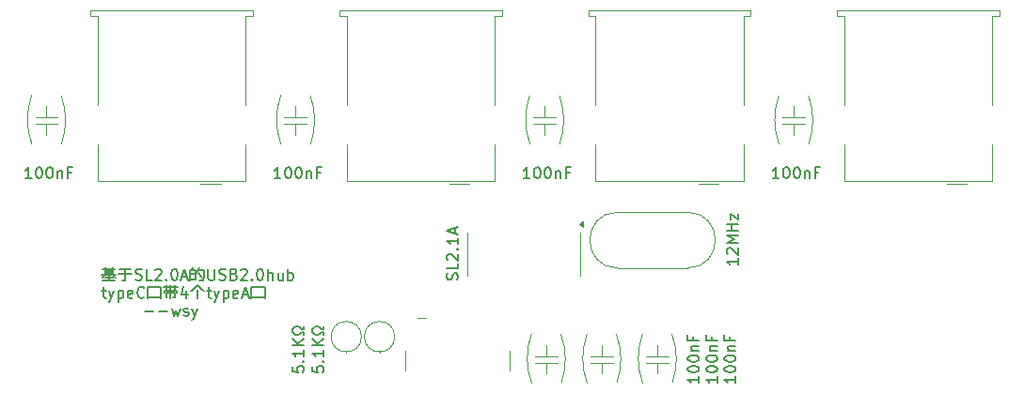
<source format=gto>
%TF.GenerationSoftware,KiCad,Pcbnew,8.0.5*%
%TF.CreationDate,2024-10-25T21:21:59+08:00*%
%TF.ProjectId,USB_HUB_SL2_1A,5553425f-4855-4425-9f53-4c325f31412e,rev?*%
%TF.SameCoordinates,Original*%
%TF.FileFunction,Legend,Top*%
%TF.FilePolarity,Positive*%
%FSLAX46Y46*%
G04 Gerber Fmt 4.6, Leading zero omitted, Abs format (unit mm)*
G04 Created by KiCad (PCBNEW 8.0.5) date 2024-10-25 21:21:59*
%MOMM*%
%LPD*%
G01*
G04 APERTURE LIST*
%ADD10C,0.150000*%
%ADD11C,0.120000*%
G04 APERTURE END LIST*
D10*
X108041541Y-123897550D02*
X109184398Y-123897550D01*
X108327255Y-124040407D02*
X108946303Y-124040407D01*
X108327255Y-124230883D02*
X108946303Y-124230883D01*
X107993922Y-124373740D02*
X109232017Y-124373740D01*
X108279636Y-124611835D02*
X108946303Y-124611835D01*
X108089160Y-124849931D02*
X109136779Y-124849931D01*
X108612969Y-124468978D02*
X108612969Y-124849931D01*
X108327255Y-123707073D02*
X108327255Y-124373740D01*
X108327255Y-124373740D02*
X108089160Y-124659454D01*
X108946303Y-123707073D02*
X108946303Y-124373740D01*
X108946303Y-124373740D02*
X109041541Y-124564216D01*
X109041541Y-124564216D02*
X109279636Y-124659454D01*
X109565350Y-123849931D02*
X110612969Y-123849931D01*
X109470112Y-124278502D02*
X110708207Y-124278502D01*
X109803445Y-124849931D02*
X110089159Y-124849931D01*
X110089159Y-123849931D02*
X110089159Y-124849931D01*
X111041540Y-124802312D02*
X111184397Y-124849931D01*
X111184397Y-124849931D02*
X111422492Y-124849931D01*
X111422492Y-124849931D02*
X111517730Y-124802312D01*
X111517730Y-124802312D02*
X111565349Y-124754692D01*
X111565349Y-124754692D02*
X111612968Y-124659454D01*
X111612968Y-124659454D02*
X111612968Y-124564216D01*
X111612968Y-124564216D02*
X111565349Y-124468978D01*
X111565349Y-124468978D02*
X111517730Y-124421359D01*
X111517730Y-124421359D02*
X111422492Y-124373740D01*
X111422492Y-124373740D02*
X111232016Y-124326121D01*
X111232016Y-124326121D02*
X111136778Y-124278502D01*
X111136778Y-124278502D02*
X111089159Y-124230883D01*
X111089159Y-124230883D02*
X111041540Y-124135645D01*
X111041540Y-124135645D02*
X111041540Y-124040407D01*
X111041540Y-124040407D02*
X111089159Y-123945169D01*
X111089159Y-123945169D02*
X111136778Y-123897550D01*
X111136778Y-123897550D02*
X111232016Y-123849931D01*
X111232016Y-123849931D02*
X111470111Y-123849931D01*
X111470111Y-123849931D02*
X111612968Y-123897550D01*
X112517730Y-124849931D02*
X112041540Y-124849931D01*
X112041540Y-124849931D02*
X112041540Y-123849931D01*
X112803445Y-123945169D02*
X112851064Y-123897550D01*
X112851064Y-123897550D02*
X112946302Y-123849931D01*
X112946302Y-123849931D02*
X113184397Y-123849931D01*
X113184397Y-123849931D02*
X113279635Y-123897550D01*
X113279635Y-123897550D02*
X113327254Y-123945169D01*
X113327254Y-123945169D02*
X113374873Y-124040407D01*
X113374873Y-124040407D02*
X113374873Y-124135645D01*
X113374873Y-124135645D02*
X113327254Y-124278502D01*
X113327254Y-124278502D02*
X112755826Y-124849931D01*
X112755826Y-124849931D02*
X113374873Y-124849931D01*
X113803445Y-124754692D02*
X113851064Y-124802312D01*
X113851064Y-124802312D02*
X113803445Y-124849931D01*
X113803445Y-124849931D02*
X113755826Y-124802312D01*
X113755826Y-124802312D02*
X113803445Y-124754692D01*
X113803445Y-124754692D02*
X113803445Y-124849931D01*
X114470111Y-123849931D02*
X114565349Y-123849931D01*
X114565349Y-123849931D02*
X114660587Y-123897550D01*
X114660587Y-123897550D02*
X114708206Y-123945169D01*
X114708206Y-123945169D02*
X114755825Y-124040407D01*
X114755825Y-124040407D02*
X114803444Y-124230883D01*
X114803444Y-124230883D02*
X114803444Y-124468978D01*
X114803444Y-124468978D02*
X114755825Y-124659454D01*
X114755825Y-124659454D02*
X114708206Y-124754692D01*
X114708206Y-124754692D02*
X114660587Y-124802312D01*
X114660587Y-124802312D02*
X114565349Y-124849931D01*
X114565349Y-124849931D02*
X114470111Y-124849931D01*
X114470111Y-124849931D02*
X114374873Y-124802312D01*
X114374873Y-124802312D02*
X114327254Y-124754692D01*
X114327254Y-124754692D02*
X114279635Y-124659454D01*
X114279635Y-124659454D02*
X114232016Y-124468978D01*
X114232016Y-124468978D02*
X114232016Y-124230883D01*
X114232016Y-124230883D02*
X114279635Y-124040407D01*
X114279635Y-124040407D02*
X114327254Y-123945169D01*
X114327254Y-123945169D02*
X114374873Y-123897550D01*
X114374873Y-123897550D02*
X114470111Y-123849931D01*
X115184397Y-124564216D02*
X115660587Y-124564216D01*
X115089159Y-124849931D02*
X115422492Y-123849931D01*
X115422492Y-123849931D02*
X115755825Y-124849931D01*
X115946302Y-124326121D02*
X116422492Y-124326121D01*
X115946302Y-124754692D02*
X116422492Y-124754692D01*
X116803444Y-124849931D02*
X117089159Y-124849931D01*
X115946302Y-123945169D02*
X115946302Y-124849931D01*
X115946302Y-123945169D02*
X116422492Y-123945169D01*
X116422492Y-123945169D02*
X116422492Y-124754692D01*
X116708206Y-124230883D02*
X116946302Y-124516597D01*
X116184397Y-123707073D02*
X116089159Y-123945169D01*
X116755825Y-123707073D02*
X116517730Y-124183264D01*
X116660587Y-123945169D02*
X117184397Y-123945169D01*
X117184397Y-123945169D02*
X117184397Y-124421359D01*
X117184397Y-124421359D02*
X117089159Y-124849931D01*
X117565349Y-123849931D02*
X117565349Y-124659454D01*
X117565349Y-124659454D02*
X117612968Y-124754692D01*
X117612968Y-124754692D02*
X117660587Y-124802312D01*
X117660587Y-124802312D02*
X117755825Y-124849931D01*
X117755825Y-124849931D02*
X117946301Y-124849931D01*
X117946301Y-124849931D02*
X118041539Y-124802312D01*
X118041539Y-124802312D02*
X118089158Y-124754692D01*
X118089158Y-124754692D02*
X118136777Y-124659454D01*
X118136777Y-124659454D02*
X118136777Y-123849931D01*
X118565349Y-124802312D02*
X118708206Y-124849931D01*
X118708206Y-124849931D02*
X118946301Y-124849931D01*
X118946301Y-124849931D02*
X119041539Y-124802312D01*
X119041539Y-124802312D02*
X119089158Y-124754692D01*
X119089158Y-124754692D02*
X119136777Y-124659454D01*
X119136777Y-124659454D02*
X119136777Y-124564216D01*
X119136777Y-124564216D02*
X119089158Y-124468978D01*
X119089158Y-124468978D02*
X119041539Y-124421359D01*
X119041539Y-124421359D02*
X118946301Y-124373740D01*
X118946301Y-124373740D02*
X118755825Y-124326121D01*
X118755825Y-124326121D02*
X118660587Y-124278502D01*
X118660587Y-124278502D02*
X118612968Y-124230883D01*
X118612968Y-124230883D02*
X118565349Y-124135645D01*
X118565349Y-124135645D02*
X118565349Y-124040407D01*
X118565349Y-124040407D02*
X118612968Y-123945169D01*
X118612968Y-123945169D02*
X118660587Y-123897550D01*
X118660587Y-123897550D02*
X118755825Y-123849931D01*
X118755825Y-123849931D02*
X118993920Y-123849931D01*
X118993920Y-123849931D02*
X119136777Y-123897550D01*
X119898682Y-124326121D02*
X120041539Y-124373740D01*
X120041539Y-124373740D02*
X120089158Y-124421359D01*
X120089158Y-124421359D02*
X120136777Y-124516597D01*
X120136777Y-124516597D02*
X120136777Y-124659454D01*
X120136777Y-124659454D02*
X120089158Y-124754692D01*
X120089158Y-124754692D02*
X120041539Y-124802312D01*
X120041539Y-124802312D02*
X119946301Y-124849931D01*
X119946301Y-124849931D02*
X119565349Y-124849931D01*
X119565349Y-124849931D02*
X119565349Y-123849931D01*
X119565349Y-123849931D02*
X119898682Y-123849931D01*
X119898682Y-123849931D02*
X119993920Y-123897550D01*
X119993920Y-123897550D02*
X120041539Y-123945169D01*
X120041539Y-123945169D02*
X120089158Y-124040407D01*
X120089158Y-124040407D02*
X120089158Y-124135645D01*
X120089158Y-124135645D02*
X120041539Y-124230883D01*
X120041539Y-124230883D02*
X119993920Y-124278502D01*
X119993920Y-124278502D02*
X119898682Y-124326121D01*
X119898682Y-124326121D02*
X119565349Y-124326121D01*
X120517730Y-123945169D02*
X120565349Y-123897550D01*
X120565349Y-123897550D02*
X120660587Y-123849931D01*
X120660587Y-123849931D02*
X120898682Y-123849931D01*
X120898682Y-123849931D02*
X120993920Y-123897550D01*
X120993920Y-123897550D02*
X121041539Y-123945169D01*
X121041539Y-123945169D02*
X121089158Y-124040407D01*
X121089158Y-124040407D02*
X121089158Y-124135645D01*
X121089158Y-124135645D02*
X121041539Y-124278502D01*
X121041539Y-124278502D02*
X120470111Y-124849931D01*
X120470111Y-124849931D02*
X121089158Y-124849931D01*
X121517730Y-124754692D02*
X121565349Y-124802312D01*
X121565349Y-124802312D02*
X121517730Y-124849931D01*
X121517730Y-124849931D02*
X121470111Y-124802312D01*
X121470111Y-124802312D02*
X121517730Y-124754692D01*
X121517730Y-124754692D02*
X121517730Y-124849931D01*
X122184396Y-123849931D02*
X122279634Y-123849931D01*
X122279634Y-123849931D02*
X122374872Y-123897550D01*
X122374872Y-123897550D02*
X122422491Y-123945169D01*
X122422491Y-123945169D02*
X122470110Y-124040407D01*
X122470110Y-124040407D02*
X122517729Y-124230883D01*
X122517729Y-124230883D02*
X122517729Y-124468978D01*
X122517729Y-124468978D02*
X122470110Y-124659454D01*
X122470110Y-124659454D02*
X122422491Y-124754692D01*
X122422491Y-124754692D02*
X122374872Y-124802312D01*
X122374872Y-124802312D02*
X122279634Y-124849931D01*
X122279634Y-124849931D02*
X122184396Y-124849931D01*
X122184396Y-124849931D02*
X122089158Y-124802312D01*
X122089158Y-124802312D02*
X122041539Y-124754692D01*
X122041539Y-124754692D02*
X121993920Y-124659454D01*
X121993920Y-124659454D02*
X121946301Y-124468978D01*
X121946301Y-124468978D02*
X121946301Y-124230883D01*
X121946301Y-124230883D02*
X121993920Y-124040407D01*
X121993920Y-124040407D02*
X122041539Y-123945169D01*
X122041539Y-123945169D02*
X122089158Y-123897550D01*
X122089158Y-123897550D02*
X122184396Y-123849931D01*
X122946301Y-124849931D02*
X122946301Y-123849931D01*
X123374872Y-124849931D02*
X123374872Y-124326121D01*
X123374872Y-124326121D02*
X123327253Y-124230883D01*
X123327253Y-124230883D02*
X123232015Y-124183264D01*
X123232015Y-124183264D02*
X123089158Y-124183264D01*
X123089158Y-124183264D02*
X122993920Y-124230883D01*
X122993920Y-124230883D02*
X122946301Y-124278502D01*
X124279634Y-124183264D02*
X124279634Y-124849931D01*
X123851063Y-124183264D02*
X123851063Y-124707073D01*
X123851063Y-124707073D02*
X123898682Y-124802312D01*
X123898682Y-124802312D02*
X123993920Y-124849931D01*
X123993920Y-124849931D02*
X124136777Y-124849931D01*
X124136777Y-124849931D02*
X124232015Y-124802312D01*
X124232015Y-124802312D02*
X124279634Y-124754692D01*
X124755825Y-124849931D02*
X124755825Y-123849931D01*
X124755825Y-124230883D02*
X124851063Y-124183264D01*
X124851063Y-124183264D02*
X125041539Y-124183264D01*
X125041539Y-124183264D02*
X125136777Y-124230883D01*
X125136777Y-124230883D02*
X125184396Y-124278502D01*
X125184396Y-124278502D02*
X125232015Y-124373740D01*
X125232015Y-124373740D02*
X125232015Y-124659454D01*
X125232015Y-124659454D02*
X125184396Y-124754692D01*
X125184396Y-124754692D02*
X125136777Y-124802312D01*
X125136777Y-124802312D02*
X125041539Y-124849931D01*
X125041539Y-124849931D02*
X124851063Y-124849931D01*
X124851063Y-124849931D02*
X124755825Y-124802312D01*
X107993922Y-125793208D02*
X108374874Y-125793208D01*
X108136779Y-125459875D02*
X108136779Y-126317017D01*
X108136779Y-126317017D02*
X108184398Y-126412256D01*
X108184398Y-126412256D02*
X108279636Y-126459875D01*
X108279636Y-126459875D02*
X108374874Y-126459875D01*
X108612970Y-125793208D02*
X108851065Y-126459875D01*
X109089160Y-125793208D02*
X108851065Y-126459875D01*
X108851065Y-126459875D02*
X108755827Y-126697970D01*
X108755827Y-126697970D02*
X108708208Y-126745589D01*
X108708208Y-126745589D02*
X108612970Y-126793208D01*
X109470113Y-125793208D02*
X109470113Y-126793208D01*
X109470113Y-125840827D02*
X109565351Y-125793208D01*
X109565351Y-125793208D02*
X109755827Y-125793208D01*
X109755827Y-125793208D02*
X109851065Y-125840827D01*
X109851065Y-125840827D02*
X109898684Y-125888446D01*
X109898684Y-125888446D02*
X109946303Y-125983684D01*
X109946303Y-125983684D02*
X109946303Y-126269398D01*
X109946303Y-126269398D02*
X109898684Y-126364636D01*
X109898684Y-126364636D02*
X109851065Y-126412256D01*
X109851065Y-126412256D02*
X109755827Y-126459875D01*
X109755827Y-126459875D02*
X109565351Y-126459875D01*
X109565351Y-126459875D02*
X109470113Y-126412256D01*
X110755827Y-126412256D02*
X110660589Y-126459875D01*
X110660589Y-126459875D02*
X110470113Y-126459875D01*
X110470113Y-126459875D02*
X110374875Y-126412256D01*
X110374875Y-126412256D02*
X110327256Y-126317017D01*
X110327256Y-126317017D02*
X110327256Y-125936065D01*
X110327256Y-125936065D02*
X110374875Y-125840827D01*
X110374875Y-125840827D02*
X110470113Y-125793208D01*
X110470113Y-125793208D02*
X110660589Y-125793208D01*
X110660589Y-125793208D02*
X110755827Y-125840827D01*
X110755827Y-125840827D02*
X110803446Y-125936065D01*
X110803446Y-125936065D02*
X110803446Y-126031303D01*
X110803446Y-126031303D02*
X110327256Y-126126541D01*
X111803446Y-126364636D02*
X111755827Y-126412256D01*
X111755827Y-126412256D02*
X111612970Y-126459875D01*
X111612970Y-126459875D02*
X111517732Y-126459875D01*
X111517732Y-126459875D02*
X111374875Y-126412256D01*
X111374875Y-126412256D02*
X111279637Y-126317017D01*
X111279637Y-126317017D02*
X111232018Y-126221779D01*
X111232018Y-126221779D02*
X111184399Y-126031303D01*
X111184399Y-126031303D02*
X111184399Y-125888446D01*
X111184399Y-125888446D02*
X111232018Y-125697970D01*
X111232018Y-125697970D02*
X111279637Y-125602732D01*
X111279637Y-125602732D02*
X111374875Y-125507494D01*
X111374875Y-125507494D02*
X111517732Y-125459875D01*
X111517732Y-125459875D02*
X111612970Y-125459875D01*
X111612970Y-125459875D02*
X111755827Y-125507494D01*
X111755827Y-125507494D02*
X111803446Y-125555113D01*
X112089161Y-126364636D02*
X113327256Y-126364636D01*
X112089161Y-125459875D02*
X112089161Y-126459875D01*
X112089161Y-125459875D02*
X113327256Y-125459875D01*
X113327256Y-125459875D02*
X113327256Y-126459875D01*
X113565351Y-125507494D02*
X114803446Y-125507494D01*
X114422493Y-126364636D02*
X114612970Y-126364636D01*
X113612970Y-125793208D02*
X113612970Y-125983684D01*
X113803446Y-125983684D02*
X113803446Y-126364636D01*
X113803446Y-125317017D02*
X113803446Y-125650351D01*
X114184398Y-125317017D02*
X114184398Y-125650351D01*
X114184398Y-125793208D02*
X114184398Y-126459875D01*
X114565351Y-125317017D02*
X114565351Y-125650351D01*
X113803446Y-125983684D02*
X114612970Y-125983684D01*
X114612970Y-125983684D02*
X114612970Y-126317017D01*
X113612970Y-125793208D02*
X114755827Y-125793208D01*
X114755827Y-125793208D02*
X114755827Y-125983684D01*
X115612969Y-125793208D02*
X115612969Y-126459875D01*
X115374874Y-125412256D02*
X115136779Y-126126541D01*
X115136779Y-126126541D02*
X115755826Y-126126541D01*
X116612969Y-125745589D02*
X116612969Y-126459875D01*
X116136779Y-125793208D02*
X115993922Y-125840827D01*
X116612969Y-125317017D02*
X116184398Y-125745589D01*
X116612969Y-125317017D02*
X116993922Y-125745589D01*
X116993922Y-125745589D02*
X117232017Y-125840827D01*
X117470112Y-125793208D02*
X117851064Y-125793208D01*
X117612969Y-125459875D02*
X117612969Y-126317017D01*
X117612969Y-126317017D02*
X117660588Y-126412256D01*
X117660588Y-126412256D02*
X117755826Y-126459875D01*
X117755826Y-126459875D02*
X117851064Y-126459875D01*
X118089160Y-125793208D02*
X118327255Y-126459875D01*
X118565350Y-125793208D02*
X118327255Y-126459875D01*
X118327255Y-126459875D02*
X118232017Y-126697970D01*
X118232017Y-126697970D02*
X118184398Y-126745589D01*
X118184398Y-126745589D02*
X118089160Y-126793208D01*
X118946303Y-125793208D02*
X118946303Y-126793208D01*
X118946303Y-125840827D02*
X119041541Y-125793208D01*
X119041541Y-125793208D02*
X119232017Y-125793208D01*
X119232017Y-125793208D02*
X119327255Y-125840827D01*
X119327255Y-125840827D02*
X119374874Y-125888446D01*
X119374874Y-125888446D02*
X119422493Y-125983684D01*
X119422493Y-125983684D02*
X119422493Y-126269398D01*
X119422493Y-126269398D02*
X119374874Y-126364636D01*
X119374874Y-126364636D02*
X119327255Y-126412256D01*
X119327255Y-126412256D02*
X119232017Y-126459875D01*
X119232017Y-126459875D02*
X119041541Y-126459875D01*
X119041541Y-126459875D02*
X118946303Y-126412256D01*
X120232017Y-126412256D02*
X120136779Y-126459875D01*
X120136779Y-126459875D02*
X119946303Y-126459875D01*
X119946303Y-126459875D02*
X119851065Y-126412256D01*
X119851065Y-126412256D02*
X119803446Y-126317017D01*
X119803446Y-126317017D02*
X119803446Y-125936065D01*
X119803446Y-125936065D02*
X119851065Y-125840827D01*
X119851065Y-125840827D02*
X119946303Y-125793208D01*
X119946303Y-125793208D02*
X120136779Y-125793208D01*
X120136779Y-125793208D02*
X120232017Y-125840827D01*
X120232017Y-125840827D02*
X120279636Y-125936065D01*
X120279636Y-125936065D02*
X120279636Y-126031303D01*
X120279636Y-126031303D02*
X119803446Y-126126541D01*
X120660589Y-126174160D02*
X121136779Y-126174160D01*
X120565351Y-126459875D02*
X120898684Y-125459875D01*
X120898684Y-125459875D02*
X121232017Y-126459875D01*
X121422494Y-126364636D02*
X122660589Y-126364636D01*
X121422494Y-125459875D02*
X121422494Y-126459875D01*
X121422494Y-125459875D02*
X122660589Y-125459875D01*
X122660589Y-125459875D02*
X122660589Y-126459875D01*
X111898683Y-127688866D02*
X112660588Y-127688866D01*
X113136778Y-127688866D02*
X113898683Y-127688866D01*
X114279635Y-127403152D02*
X114470111Y-128069819D01*
X114470111Y-128069819D02*
X114660587Y-127593628D01*
X114660587Y-127593628D02*
X114851063Y-128069819D01*
X114851063Y-128069819D02*
X115041539Y-127403152D01*
X115374873Y-128022200D02*
X115470111Y-128069819D01*
X115470111Y-128069819D02*
X115660587Y-128069819D01*
X115660587Y-128069819D02*
X115755825Y-128022200D01*
X115755825Y-128022200D02*
X115803444Y-127926961D01*
X115803444Y-127926961D02*
X115803444Y-127879342D01*
X115803444Y-127879342D02*
X115755825Y-127784104D01*
X115755825Y-127784104D02*
X115660587Y-127736485D01*
X115660587Y-127736485D02*
X115517730Y-127736485D01*
X115517730Y-127736485D02*
X115422492Y-127688866D01*
X115422492Y-127688866D02*
X115374873Y-127593628D01*
X115374873Y-127593628D02*
X115374873Y-127546009D01*
X115374873Y-127546009D02*
X115422492Y-127450771D01*
X115422492Y-127450771D02*
X115517730Y-127403152D01*
X115517730Y-127403152D02*
X115660587Y-127403152D01*
X115660587Y-127403152D02*
X115755825Y-127450771D01*
X116136778Y-127403152D02*
X116374873Y-128069819D01*
X116612968Y-127403152D02*
X116374873Y-128069819D01*
X116374873Y-128069819D02*
X116279635Y-128307914D01*
X116279635Y-128307914D02*
X116232016Y-128355533D01*
X116232016Y-128355533D02*
X116136778Y-128403152D01*
X101666670Y-115654819D02*
X101095242Y-115654819D01*
X101380956Y-115654819D02*
X101380956Y-114654819D01*
X101380956Y-114654819D02*
X101285718Y-114797676D01*
X101285718Y-114797676D02*
X101190480Y-114892914D01*
X101190480Y-114892914D02*
X101095242Y-114940533D01*
X102285718Y-114654819D02*
X102380956Y-114654819D01*
X102380956Y-114654819D02*
X102476194Y-114702438D01*
X102476194Y-114702438D02*
X102523813Y-114750057D01*
X102523813Y-114750057D02*
X102571432Y-114845295D01*
X102571432Y-114845295D02*
X102619051Y-115035771D01*
X102619051Y-115035771D02*
X102619051Y-115273866D01*
X102619051Y-115273866D02*
X102571432Y-115464342D01*
X102571432Y-115464342D02*
X102523813Y-115559580D01*
X102523813Y-115559580D02*
X102476194Y-115607200D01*
X102476194Y-115607200D02*
X102380956Y-115654819D01*
X102380956Y-115654819D02*
X102285718Y-115654819D01*
X102285718Y-115654819D02*
X102190480Y-115607200D01*
X102190480Y-115607200D02*
X102142861Y-115559580D01*
X102142861Y-115559580D02*
X102095242Y-115464342D01*
X102095242Y-115464342D02*
X102047623Y-115273866D01*
X102047623Y-115273866D02*
X102047623Y-115035771D01*
X102047623Y-115035771D02*
X102095242Y-114845295D01*
X102095242Y-114845295D02*
X102142861Y-114750057D01*
X102142861Y-114750057D02*
X102190480Y-114702438D01*
X102190480Y-114702438D02*
X102285718Y-114654819D01*
X103238099Y-114654819D02*
X103333337Y-114654819D01*
X103333337Y-114654819D02*
X103428575Y-114702438D01*
X103428575Y-114702438D02*
X103476194Y-114750057D01*
X103476194Y-114750057D02*
X103523813Y-114845295D01*
X103523813Y-114845295D02*
X103571432Y-115035771D01*
X103571432Y-115035771D02*
X103571432Y-115273866D01*
X103571432Y-115273866D02*
X103523813Y-115464342D01*
X103523813Y-115464342D02*
X103476194Y-115559580D01*
X103476194Y-115559580D02*
X103428575Y-115607200D01*
X103428575Y-115607200D02*
X103333337Y-115654819D01*
X103333337Y-115654819D02*
X103238099Y-115654819D01*
X103238099Y-115654819D02*
X103142861Y-115607200D01*
X103142861Y-115607200D02*
X103095242Y-115559580D01*
X103095242Y-115559580D02*
X103047623Y-115464342D01*
X103047623Y-115464342D02*
X103000004Y-115273866D01*
X103000004Y-115273866D02*
X103000004Y-115035771D01*
X103000004Y-115035771D02*
X103047623Y-114845295D01*
X103047623Y-114845295D02*
X103095242Y-114750057D01*
X103095242Y-114750057D02*
X103142861Y-114702438D01*
X103142861Y-114702438D02*
X103238099Y-114654819D01*
X104000004Y-114988152D02*
X104000004Y-115654819D01*
X104000004Y-115083390D02*
X104047623Y-115035771D01*
X104047623Y-115035771D02*
X104142861Y-114988152D01*
X104142861Y-114988152D02*
X104285718Y-114988152D01*
X104285718Y-114988152D02*
X104380956Y-115035771D01*
X104380956Y-115035771D02*
X104428575Y-115131009D01*
X104428575Y-115131009D02*
X104428575Y-115654819D01*
X105238099Y-115131009D02*
X104904766Y-115131009D01*
X104904766Y-115654819D02*
X104904766Y-114654819D01*
X104904766Y-114654819D02*
X105380956Y-114654819D01*
X124095240Y-115654819D02*
X123523812Y-115654819D01*
X123809526Y-115654819D02*
X123809526Y-114654819D01*
X123809526Y-114654819D02*
X123714288Y-114797676D01*
X123714288Y-114797676D02*
X123619050Y-114892914D01*
X123619050Y-114892914D02*
X123523812Y-114940533D01*
X124714288Y-114654819D02*
X124809526Y-114654819D01*
X124809526Y-114654819D02*
X124904764Y-114702438D01*
X124904764Y-114702438D02*
X124952383Y-114750057D01*
X124952383Y-114750057D02*
X125000002Y-114845295D01*
X125000002Y-114845295D02*
X125047621Y-115035771D01*
X125047621Y-115035771D02*
X125047621Y-115273866D01*
X125047621Y-115273866D02*
X125000002Y-115464342D01*
X125000002Y-115464342D02*
X124952383Y-115559580D01*
X124952383Y-115559580D02*
X124904764Y-115607200D01*
X124904764Y-115607200D02*
X124809526Y-115654819D01*
X124809526Y-115654819D02*
X124714288Y-115654819D01*
X124714288Y-115654819D02*
X124619050Y-115607200D01*
X124619050Y-115607200D02*
X124571431Y-115559580D01*
X124571431Y-115559580D02*
X124523812Y-115464342D01*
X124523812Y-115464342D02*
X124476193Y-115273866D01*
X124476193Y-115273866D02*
X124476193Y-115035771D01*
X124476193Y-115035771D02*
X124523812Y-114845295D01*
X124523812Y-114845295D02*
X124571431Y-114750057D01*
X124571431Y-114750057D02*
X124619050Y-114702438D01*
X124619050Y-114702438D02*
X124714288Y-114654819D01*
X125666669Y-114654819D02*
X125761907Y-114654819D01*
X125761907Y-114654819D02*
X125857145Y-114702438D01*
X125857145Y-114702438D02*
X125904764Y-114750057D01*
X125904764Y-114750057D02*
X125952383Y-114845295D01*
X125952383Y-114845295D02*
X126000002Y-115035771D01*
X126000002Y-115035771D02*
X126000002Y-115273866D01*
X126000002Y-115273866D02*
X125952383Y-115464342D01*
X125952383Y-115464342D02*
X125904764Y-115559580D01*
X125904764Y-115559580D02*
X125857145Y-115607200D01*
X125857145Y-115607200D02*
X125761907Y-115654819D01*
X125761907Y-115654819D02*
X125666669Y-115654819D01*
X125666669Y-115654819D02*
X125571431Y-115607200D01*
X125571431Y-115607200D02*
X125523812Y-115559580D01*
X125523812Y-115559580D02*
X125476193Y-115464342D01*
X125476193Y-115464342D02*
X125428574Y-115273866D01*
X125428574Y-115273866D02*
X125428574Y-115035771D01*
X125428574Y-115035771D02*
X125476193Y-114845295D01*
X125476193Y-114845295D02*
X125523812Y-114750057D01*
X125523812Y-114750057D02*
X125571431Y-114702438D01*
X125571431Y-114702438D02*
X125666669Y-114654819D01*
X126428574Y-114988152D02*
X126428574Y-115654819D01*
X126428574Y-115083390D02*
X126476193Y-115035771D01*
X126476193Y-115035771D02*
X126571431Y-114988152D01*
X126571431Y-114988152D02*
X126714288Y-114988152D01*
X126714288Y-114988152D02*
X126809526Y-115035771D01*
X126809526Y-115035771D02*
X126857145Y-115131009D01*
X126857145Y-115131009D02*
X126857145Y-115654819D01*
X127666669Y-115131009D02*
X127333336Y-115131009D01*
X127333336Y-115654819D02*
X127333336Y-114654819D01*
X127333336Y-114654819D02*
X127809526Y-114654819D01*
X161754819Y-133547619D02*
X161754819Y-134119047D01*
X161754819Y-133833333D02*
X160754819Y-133833333D01*
X160754819Y-133833333D02*
X160897676Y-133928571D01*
X160897676Y-133928571D02*
X160992914Y-134023809D01*
X160992914Y-134023809D02*
X161040533Y-134119047D01*
X160754819Y-132928571D02*
X160754819Y-132833333D01*
X160754819Y-132833333D02*
X160802438Y-132738095D01*
X160802438Y-132738095D02*
X160850057Y-132690476D01*
X160850057Y-132690476D02*
X160945295Y-132642857D01*
X160945295Y-132642857D02*
X161135771Y-132595238D01*
X161135771Y-132595238D02*
X161373866Y-132595238D01*
X161373866Y-132595238D02*
X161564342Y-132642857D01*
X161564342Y-132642857D02*
X161659580Y-132690476D01*
X161659580Y-132690476D02*
X161707200Y-132738095D01*
X161707200Y-132738095D02*
X161754819Y-132833333D01*
X161754819Y-132833333D02*
X161754819Y-132928571D01*
X161754819Y-132928571D02*
X161707200Y-133023809D01*
X161707200Y-133023809D02*
X161659580Y-133071428D01*
X161659580Y-133071428D02*
X161564342Y-133119047D01*
X161564342Y-133119047D02*
X161373866Y-133166666D01*
X161373866Y-133166666D02*
X161135771Y-133166666D01*
X161135771Y-133166666D02*
X160945295Y-133119047D01*
X160945295Y-133119047D02*
X160850057Y-133071428D01*
X160850057Y-133071428D02*
X160802438Y-133023809D01*
X160802438Y-133023809D02*
X160754819Y-132928571D01*
X160754819Y-131976190D02*
X160754819Y-131880952D01*
X160754819Y-131880952D02*
X160802438Y-131785714D01*
X160802438Y-131785714D02*
X160850057Y-131738095D01*
X160850057Y-131738095D02*
X160945295Y-131690476D01*
X160945295Y-131690476D02*
X161135771Y-131642857D01*
X161135771Y-131642857D02*
X161373866Y-131642857D01*
X161373866Y-131642857D02*
X161564342Y-131690476D01*
X161564342Y-131690476D02*
X161659580Y-131738095D01*
X161659580Y-131738095D02*
X161707200Y-131785714D01*
X161707200Y-131785714D02*
X161754819Y-131880952D01*
X161754819Y-131880952D02*
X161754819Y-131976190D01*
X161754819Y-131976190D02*
X161707200Y-132071428D01*
X161707200Y-132071428D02*
X161659580Y-132119047D01*
X161659580Y-132119047D02*
X161564342Y-132166666D01*
X161564342Y-132166666D02*
X161373866Y-132214285D01*
X161373866Y-132214285D02*
X161135771Y-132214285D01*
X161135771Y-132214285D02*
X160945295Y-132166666D01*
X160945295Y-132166666D02*
X160850057Y-132119047D01*
X160850057Y-132119047D02*
X160802438Y-132071428D01*
X160802438Y-132071428D02*
X160754819Y-131976190D01*
X161088152Y-131214285D02*
X161754819Y-131214285D01*
X161183390Y-131214285D02*
X161135771Y-131166666D01*
X161135771Y-131166666D02*
X161088152Y-131071428D01*
X161088152Y-131071428D02*
X161088152Y-130928571D01*
X161088152Y-130928571D02*
X161135771Y-130833333D01*
X161135771Y-130833333D02*
X161231009Y-130785714D01*
X161231009Y-130785714D02*
X161754819Y-130785714D01*
X161231009Y-129976190D02*
X161231009Y-130309523D01*
X161754819Y-130309523D02*
X160754819Y-130309523D01*
X160754819Y-130309523D02*
X160754819Y-129833333D01*
X146523810Y-115654819D02*
X145952382Y-115654819D01*
X146238096Y-115654819D02*
X146238096Y-114654819D01*
X146238096Y-114654819D02*
X146142858Y-114797676D01*
X146142858Y-114797676D02*
X146047620Y-114892914D01*
X146047620Y-114892914D02*
X145952382Y-114940533D01*
X147142858Y-114654819D02*
X147238096Y-114654819D01*
X147238096Y-114654819D02*
X147333334Y-114702438D01*
X147333334Y-114702438D02*
X147380953Y-114750057D01*
X147380953Y-114750057D02*
X147428572Y-114845295D01*
X147428572Y-114845295D02*
X147476191Y-115035771D01*
X147476191Y-115035771D02*
X147476191Y-115273866D01*
X147476191Y-115273866D02*
X147428572Y-115464342D01*
X147428572Y-115464342D02*
X147380953Y-115559580D01*
X147380953Y-115559580D02*
X147333334Y-115607200D01*
X147333334Y-115607200D02*
X147238096Y-115654819D01*
X147238096Y-115654819D02*
X147142858Y-115654819D01*
X147142858Y-115654819D02*
X147047620Y-115607200D01*
X147047620Y-115607200D02*
X147000001Y-115559580D01*
X147000001Y-115559580D02*
X146952382Y-115464342D01*
X146952382Y-115464342D02*
X146904763Y-115273866D01*
X146904763Y-115273866D02*
X146904763Y-115035771D01*
X146904763Y-115035771D02*
X146952382Y-114845295D01*
X146952382Y-114845295D02*
X147000001Y-114750057D01*
X147000001Y-114750057D02*
X147047620Y-114702438D01*
X147047620Y-114702438D02*
X147142858Y-114654819D01*
X148095239Y-114654819D02*
X148190477Y-114654819D01*
X148190477Y-114654819D02*
X148285715Y-114702438D01*
X148285715Y-114702438D02*
X148333334Y-114750057D01*
X148333334Y-114750057D02*
X148380953Y-114845295D01*
X148380953Y-114845295D02*
X148428572Y-115035771D01*
X148428572Y-115035771D02*
X148428572Y-115273866D01*
X148428572Y-115273866D02*
X148380953Y-115464342D01*
X148380953Y-115464342D02*
X148333334Y-115559580D01*
X148333334Y-115559580D02*
X148285715Y-115607200D01*
X148285715Y-115607200D02*
X148190477Y-115654819D01*
X148190477Y-115654819D02*
X148095239Y-115654819D01*
X148095239Y-115654819D02*
X148000001Y-115607200D01*
X148000001Y-115607200D02*
X147952382Y-115559580D01*
X147952382Y-115559580D02*
X147904763Y-115464342D01*
X147904763Y-115464342D02*
X147857144Y-115273866D01*
X147857144Y-115273866D02*
X147857144Y-115035771D01*
X147857144Y-115035771D02*
X147904763Y-114845295D01*
X147904763Y-114845295D02*
X147952382Y-114750057D01*
X147952382Y-114750057D02*
X148000001Y-114702438D01*
X148000001Y-114702438D02*
X148095239Y-114654819D01*
X148857144Y-114988152D02*
X148857144Y-115654819D01*
X148857144Y-115083390D02*
X148904763Y-115035771D01*
X148904763Y-115035771D02*
X149000001Y-114988152D01*
X149000001Y-114988152D02*
X149142858Y-114988152D01*
X149142858Y-114988152D02*
X149238096Y-115035771D01*
X149238096Y-115035771D02*
X149285715Y-115131009D01*
X149285715Y-115131009D02*
X149285715Y-115654819D01*
X150095239Y-115131009D02*
X149761906Y-115131009D01*
X149761906Y-115654819D02*
X149761906Y-114654819D01*
X149761906Y-114654819D02*
X150238096Y-114654819D01*
X126954819Y-132647618D02*
X126954819Y-133123808D01*
X126954819Y-133123808D02*
X127431009Y-133171427D01*
X127431009Y-133171427D02*
X127383390Y-133123808D01*
X127383390Y-133123808D02*
X127335771Y-133028570D01*
X127335771Y-133028570D02*
X127335771Y-132790475D01*
X127335771Y-132790475D02*
X127383390Y-132695237D01*
X127383390Y-132695237D02*
X127431009Y-132647618D01*
X127431009Y-132647618D02*
X127526247Y-132599999D01*
X127526247Y-132599999D02*
X127764342Y-132599999D01*
X127764342Y-132599999D02*
X127859580Y-132647618D01*
X127859580Y-132647618D02*
X127907200Y-132695237D01*
X127907200Y-132695237D02*
X127954819Y-132790475D01*
X127954819Y-132790475D02*
X127954819Y-133028570D01*
X127954819Y-133028570D02*
X127907200Y-133123808D01*
X127907200Y-133123808D02*
X127859580Y-133171427D01*
X127859580Y-132171427D02*
X127907200Y-132123808D01*
X127907200Y-132123808D02*
X127954819Y-132171427D01*
X127954819Y-132171427D02*
X127907200Y-132219046D01*
X127907200Y-132219046D02*
X127859580Y-132171427D01*
X127859580Y-132171427D02*
X127954819Y-132171427D01*
X127954819Y-131171428D02*
X127954819Y-131742856D01*
X127954819Y-131457142D02*
X126954819Y-131457142D01*
X126954819Y-131457142D02*
X127097676Y-131552380D01*
X127097676Y-131552380D02*
X127192914Y-131647618D01*
X127192914Y-131647618D02*
X127240533Y-131742856D01*
X127954819Y-130742856D02*
X126954819Y-130742856D01*
X127954819Y-130171428D02*
X127383390Y-130599999D01*
X126954819Y-130171428D02*
X127526247Y-130742856D01*
X127954819Y-129790475D02*
X127954819Y-129552380D01*
X127954819Y-129552380D02*
X127764342Y-129552380D01*
X127764342Y-129552380D02*
X127716723Y-129647618D01*
X127716723Y-129647618D02*
X127621485Y-129742856D01*
X127621485Y-129742856D02*
X127478628Y-129790475D01*
X127478628Y-129790475D02*
X127240533Y-129790475D01*
X127240533Y-129790475D02*
X127097676Y-129742856D01*
X127097676Y-129742856D02*
X127002438Y-129647618D01*
X127002438Y-129647618D02*
X126954819Y-129504761D01*
X126954819Y-129504761D02*
X126954819Y-129314285D01*
X126954819Y-129314285D02*
X127002438Y-129171428D01*
X127002438Y-129171428D02*
X127097676Y-129076190D01*
X127097676Y-129076190D02*
X127240533Y-129028571D01*
X127240533Y-129028571D02*
X127478628Y-129028571D01*
X127478628Y-129028571D02*
X127621485Y-129076190D01*
X127621485Y-129076190D02*
X127716723Y-129171428D01*
X127716723Y-129171428D02*
X127764342Y-129266666D01*
X127764342Y-129266666D02*
X127954819Y-129266666D01*
X127954819Y-129266666D02*
X127954819Y-129028571D01*
X165054819Y-133547619D02*
X165054819Y-134119047D01*
X165054819Y-133833333D02*
X164054819Y-133833333D01*
X164054819Y-133833333D02*
X164197676Y-133928571D01*
X164197676Y-133928571D02*
X164292914Y-134023809D01*
X164292914Y-134023809D02*
X164340533Y-134119047D01*
X164054819Y-132928571D02*
X164054819Y-132833333D01*
X164054819Y-132833333D02*
X164102438Y-132738095D01*
X164102438Y-132738095D02*
X164150057Y-132690476D01*
X164150057Y-132690476D02*
X164245295Y-132642857D01*
X164245295Y-132642857D02*
X164435771Y-132595238D01*
X164435771Y-132595238D02*
X164673866Y-132595238D01*
X164673866Y-132595238D02*
X164864342Y-132642857D01*
X164864342Y-132642857D02*
X164959580Y-132690476D01*
X164959580Y-132690476D02*
X165007200Y-132738095D01*
X165007200Y-132738095D02*
X165054819Y-132833333D01*
X165054819Y-132833333D02*
X165054819Y-132928571D01*
X165054819Y-132928571D02*
X165007200Y-133023809D01*
X165007200Y-133023809D02*
X164959580Y-133071428D01*
X164959580Y-133071428D02*
X164864342Y-133119047D01*
X164864342Y-133119047D02*
X164673866Y-133166666D01*
X164673866Y-133166666D02*
X164435771Y-133166666D01*
X164435771Y-133166666D02*
X164245295Y-133119047D01*
X164245295Y-133119047D02*
X164150057Y-133071428D01*
X164150057Y-133071428D02*
X164102438Y-133023809D01*
X164102438Y-133023809D02*
X164054819Y-132928571D01*
X164054819Y-131976190D02*
X164054819Y-131880952D01*
X164054819Y-131880952D02*
X164102438Y-131785714D01*
X164102438Y-131785714D02*
X164150057Y-131738095D01*
X164150057Y-131738095D02*
X164245295Y-131690476D01*
X164245295Y-131690476D02*
X164435771Y-131642857D01*
X164435771Y-131642857D02*
X164673866Y-131642857D01*
X164673866Y-131642857D02*
X164864342Y-131690476D01*
X164864342Y-131690476D02*
X164959580Y-131738095D01*
X164959580Y-131738095D02*
X165007200Y-131785714D01*
X165007200Y-131785714D02*
X165054819Y-131880952D01*
X165054819Y-131880952D02*
X165054819Y-131976190D01*
X165054819Y-131976190D02*
X165007200Y-132071428D01*
X165007200Y-132071428D02*
X164959580Y-132119047D01*
X164959580Y-132119047D02*
X164864342Y-132166666D01*
X164864342Y-132166666D02*
X164673866Y-132214285D01*
X164673866Y-132214285D02*
X164435771Y-132214285D01*
X164435771Y-132214285D02*
X164245295Y-132166666D01*
X164245295Y-132166666D02*
X164150057Y-132119047D01*
X164150057Y-132119047D02*
X164102438Y-132071428D01*
X164102438Y-132071428D02*
X164054819Y-131976190D01*
X164388152Y-131214285D02*
X165054819Y-131214285D01*
X164483390Y-131214285D02*
X164435771Y-131166666D01*
X164435771Y-131166666D02*
X164388152Y-131071428D01*
X164388152Y-131071428D02*
X164388152Y-130928571D01*
X164388152Y-130928571D02*
X164435771Y-130833333D01*
X164435771Y-130833333D02*
X164531009Y-130785714D01*
X164531009Y-130785714D02*
X165054819Y-130785714D01*
X164531009Y-129976190D02*
X164531009Y-130309523D01*
X165054819Y-130309523D02*
X164054819Y-130309523D01*
X164054819Y-130309523D02*
X164054819Y-129833333D01*
X163404819Y-133547619D02*
X163404819Y-134119047D01*
X163404819Y-133833333D02*
X162404819Y-133833333D01*
X162404819Y-133833333D02*
X162547676Y-133928571D01*
X162547676Y-133928571D02*
X162642914Y-134023809D01*
X162642914Y-134023809D02*
X162690533Y-134119047D01*
X162404819Y-132928571D02*
X162404819Y-132833333D01*
X162404819Y-132833333D02*
X162452438Y-132738095D01*
X162452438Y-132738095D02*
X162500057Y-132690476D01*
X162500057Y-132690476D02*
X162595295Y-132642857D01*
X162595295Y-132642857D02*
X162785771Y-132595238D01*
X162785771Y-132595238D02*
X163023866Y-132595238D01*
X163023866Y-132595238D02*
X163214342Y-132642857D01*
X163214342Y-132642857D02*
X163309580Y-132690476D01*
X163309580Y-132690476D02*
X163357200Y-132738095D01*
X163357200Y-132738095D02*
X163404819Y-132833333D01*
X163404819Y-132833333D02*
X163404819Y-132928571D01*
X163404819Y-132928571D02*
X163357200Y-133023809D01*
X163357200Y-133023809D02*
X163309580Y-133071428D01*
X163309580Y-133071428D02*
X163214342Y-133119047D01*
X163214342Y-133119047D02*
X163023866Y-133166666D01*
X163023866Y-133166666D02*
X162785771Y-133166666D01*
X162785771Y-133166666D02*
X162595295Y-133119047D01*
X162595295Y-133119047D02*
X162500057Y-133071428D01*
X162500057Y-133071428D02*
X162452438Y-133023809D01*
X162452438Y-133023809D02*
X162404819Y-132928571D01*
X162404819Y-131976190D02*
X162404819Y-131880952D01*
X162404819Y-131880952D02*
X162452438Y-131785714D01*
X162452438Y-131785714D02*
X162500057Y-131738095D01*
X162500057Y-131738095D02*
X162595295Y-131690476D01*
X162595295Y-131690476D02*
X162785771Y-131642857D01*
X162785771Y-131642857D02*
X163023866Y-131642857D01*
X163023866Y-131642857D02*
X163214342Y-131690476D01*
X163214342Y-131690476D02*
X163309580Y-131738095D01*
X163309580Y-131738095D02*
X163357200Y-131785714D01*
X163357200Y-131785714D02*
X163404819Y-131880952D01*
X163404819Y-131880952D02*
X163404819Y-131976190D01*
X163404819Y-131976190D02*
X163357200Y-132071428D01*
X163357200Y-132071428D02*
X163309580Y-132119047D01*
X163309580Y-132119047D02*
X163214342Y-132166666D01*
X163214342Y-132166666D02*
X163023866Y-132214285D01*
X163023866Y-132214285D02*
X162785771Y-132214285D01*
X162785771Y-132214285D02*
X162595295Y-132166666D01*
X162595295Y-132166666D02*
X162500057Y-132119047D01*
X162500057Y-132119047D02*
X162452438Y-132071428D01*
X162452438Y-132071428D02*
X162404819Y-131976190D01*
X162738152Y-131214285D02*
X163404819Y-131214285D01*
X162833390Y-131214285D02*
X162785771Y-131166666D01*
X162785771Y-131166666D02*
X162738152Y-131071428D01*
X162738152Y-131071428D02*
X162738152Y-130928571D01*
X162738152Y-130928571D02*
X162785771Y-130833333D01*
X162785771Y-130833333D02*
X162881009Y-130785714D01*
X162881009Y-130785714D02*
X163404819Y-130785714D01*
X162881009Y-129976190D02*
X162881009Y-130309523D01*
X163404819Y-130309523D02*
X162404819Y-130309523D01*
X162404819Y-130309523D02*
X162404819Y-129833333D01*
X165254819Y-122890476D02*
X165254819Y-123461904D01*
X165254819Y-123176190D02*
X164254819Y-123176190D01*
X164254819Y-123176190D02*
X164397676Y-123271428D01*
X164397676Y-123271428D02*
X164492914Y-123366666D01*
X164492914Y-123366666D02*
X164540533Y-123461904D01*
X164350057Y-122509523D02*
X164302438Y-122461904D01*
X164302438Y-122461904D02*
X164254819Y-122366666D01*
X164254819Y-122366666D02*
X164254819Y-122128571D01*
X164254819Y-122128571D02*
X164302438Y-122033333D01*
X164302438Y-122033333D02*
X164350057Y-121985714D01*
X164350057Y-121985714D02*
X164445295Y-121938095D01*
X164445295Y-121938095D02*
X164540533Y-121938095D01*
X164540533Y-121938095D02*
X164683390Y-121985714D01*
X164683390Y-121985714D02*
X165254819Y-122557142D01*
X165254819Y-122557142D02*
X165254819Y-121938095D01*
X165254819Y-121509523D02*
X164254819Y-121509523D01*
X164254819Y-121509523D02*
X164969104Y-121176190D01*
X164969104Y-121176190D02*
X164254819Y-120842857D01*
X164254819Y-120842857D02*
X165254819Y-120842857D01*
X165254819Y-120366666D02*
X164254819Y-120366666D01*
X164731009Y-120366666D02*
X164731009Y-119795238D01*
X165254819Y-119795238D02*
X164254819Y-119795238D01*
X164588152Y-119414285D02*
X164588152Y-118890476D01*
X164588152Y-118890476D02*
X165254819Y-119414285D01*
X165254819Y-119414285D02*
X165254819Y-118890476D01*
X168952380Y-115654819D02*
X168380952Y-115654819D01*
X168666666Y-115654819D02*
X168666666Y-114654819D01*
X168666666Y-114654819D02*
X168571428Y-114797676D01*
X168571428Y-114797676D02*
X168476190Y-114892914D01*
X168476190Y-114892914D02*
X168380952Y-114940533D01*
X169571428Y-114654819D02*
X169666666Y-114654819D01*
X169666666Y-114654819D02*
X169761904Y-114702438D01*
X169761904Y-114702438D02*
X169809523Y-114750057D01*
X169809523Y-114750057D02*
X169857142Y-114845295D01*
X169857142Y-114845295D02*
X169904761Y-115035771D01*
X169904761Y-115035771D02*
X169904761Y-115273866D01*
X169904761Y-115273866D02*
X169857142Y-115464342D01*
X169857142Y-115464342D02*
X169809523Y-115559580D01*
X169809523Y-115559580D02*
X169761904Y-115607200D01*
X169761904Y-115607200D02*
X169666666Y-115654819D01*
X169666666Y-115654819D02*
X169571428Y-115654819D01*
X169571428Y-115654819D02*
X169476190Y-115607200D01*
X169476190Y-115607200D02*
X169428571Y-115559580D01*
X169428571Y-115559580D02*
X169380952Y-115464342D01*
X169380952Y-115464342D02*
X169333333Y-115273866D01*
X169333333Y-115273866D02*
X169333333Y-115035771D01*
X169333333Y-115035771D02*
X169380952Y-114845295D01*
X169380952Y-114845295D02*
X169428571Y-114750057D01*
X169428571Y-114750057D02*
X169476190Y-114702438D01*
X169476190Y-114702438D02*
X169571428Y-114654819D01*
X170523809Y-114654819D02*
X170619047Y-114654819D01*
X170619047Y-114654819D02*
X170714285Y-114702438D01*
X170714285Y-114702438D02*
X170761904Y-114750057D01*
X170761904Y-114750057D02*
X170809523Y-114845295D01*
X170809523Y-114845295D02*
X170857142Y-115035771D01*
X170857142Y-115035771D02*
X170857142Y-115273866D01*
X170857142Y-115273866D02*
X170809523Y-115464342D01*
X170809523Y-115464342D02*
X170761904Y-115559580D01*
X170761904Y-115559580D02*
X170714285Y-115607200D01*
X170714285Y-115607200D02*
X170619047Y-115654819D01*
X170619047Y-115654819D02*
X170523809Y-115654819D01*
X170523809Y-115654819D02*
X170428571Y-115607200D01*
X170428571Y-115607200D02*
X170380952Y-115559580D01*
X170380952Y-115559580D02*
X170333333Y-115464342D01*
X170333333Y-115464342D02*
X170285714Y-115273866D01*
X170285714Y-115273866D02*
X170285714Y-115035771D01*
X170285714Y-115035771D02*
X170333333Y-114845295D01*
X170333333Y-114845295D02*
X170380952Y-114750057D01*
X170380952Y-114750057D02*
X170428571Y-114702438D01*
X170428571Y-114702438D02*
X170523809Y-114654819D01*
X171285714Y-114988152D02*
X171285714Y-115654819D01*
X171285714Y-115083390D02*
X171333333Y-115035771D01*
X171333333Y-115035771D02*
X171428571Y-114988152D01*
X171428571Y-114988152D02*
X171571428Y-114988152D01*
X171571428Y-114988152D02*
X171666666Y-115035771D01*
X171666666Y-115035771D02*
X171714285Y-115131009D01*
X171714285Y-115131009D02*
X171714285Y-115654819D01*
X172523809Y-115131009D02*
X172190476Y-115131009D01*
X172190476Y-115654819D02*
X172190476Y-114654819D01*
X172190476Y-114654819D02*
X172666666Y-114654819D01*
X140007200Y-124809523D02*
X140054819Y-124666666D01*
X140054819Y-124666666D02*
X140054819Y-124428571D01*
X140054819Y-124428571D02*
X140007200Y-124333333D01*
X140007200Y-124333333D02*
X139959580Y-124285714D01*
X139959580Y-124285714D02*
X139864342Y-124238095D01*
X139864342Y-124238095D02*
X139769104Y-124238095D01*
X139769104Y-124238095D02*
X139673866Y-124285714D01*
X139673866Y-124285714D02*
X139626247Y-124333333D01*
X139626247Y-124333333D02*
X139578628Y-124428571D01*
X139578628Y-124428571D02*
X139531009Y-124619047D01*
X139531009Y-124619047D02*
X139483390Y-124714285D01*
X139483390Y-124714285D02*
X139435771Y-124761904D01*
X139435771Y-124761904D02*
X139340533Y-124809523D01*
X139340533Y-124809523D02*
X139245295Y-124809523D01*
X139245295Y-124809523D02*
X139150057Y-124761904D01*
X139150057Y-124761904D02*
X139102438Y-124714285D01*
X139102438Y-124714285D02*
X139054819Y-124619047D01*
X139054819Y-124619047D02*
X139054819Y-124380952D01*
X139054819Y-124380952D02*
X139102438Y-124238095D01*
X140054819Y-123333333D02*
X140054819Y-123809523D01*
X140054819Y-123809523D02*
X139054819Y-123809523D01*
X139150057Y-123047618D02*
X139102438Y-122999999D01*
X139102438Y-122999999D02*
X139054819Y-122904761D01*
X139054819Y-122904761D02*
X139054819Y-122666666D01*
X139054819Y-122666666D02*
X139102438Y-122571428D01*
X139102438Y-122571428D02*
X139150057Y-122523809D01*
X139150057Y-122523809D02*
X139245295Y-122476190D01*
X139245295Y-122476190D02*
X139340533Y-122476190D01*
X139340533Y-122476190D02*
X139483390Y-122523809D01*
X139483390Y-122523809D02*
X140054819Y-123095237D01*
X140054819Y-123095237D02*
X140054819Y-122476190D01*
X139959580Y-122047618D02*
X140007200Y-121999999D01*
X140007200Y-121999999D02*
X140054819Y-122047618D01*
X140054819Y-122047618D02*
X140007200Y-122095237D01*
X140007200Y-122095237D02*
X139959580Y-122047618D01*
X139959580Y-122047618D02*
X140054819Y-122047618D01*
X140054819Y-121047619D02*
X140054819Y-121619047D01*
X140054819Y-121333333D02*
X139054819Y-121333333D01*
X139054819Y-121333333D02*
X139197676Y-121428571D01*
X139197676Y-121428571D02*
X139292914Y-121523809D01*
X139292914Y-121523809D02*
X139340533Y-121619047D01*
X139769104Y-120666666D02*
X139769104Y-120190476D01*
X140054819Y-120761904D02*
X139054819Y-120428571D01*
X139054819Y-120428571D02*
X140054819Y-120095238D01*
X125154819Y-132647618D02*
X125154819Y-133123808D01*
X125154819Y-133123808D02*
X125631009Y-133171427D01*
X125631009Y-133171427D02*
X125583390Y-133123808D01*
X125583390Y-133123808D02*
X125535771Y-133028570D01*
X125535771Y-133028570D02*
X125535771Y-132790475D01*
X125535771Y-132790475D02*
X125583390Y-132695237D01*
X125583390Y-132695237D02*
X125631009Y-132647618D01*
X125631009Y-132647618D02*
X125726247Y-132599999D01*
X125726247Y-132599999D02*
X125964342Y-132599999D01*
X125964342Y-132599999D02*
X126059580Y-132647618D01*
X126059580Y-132647618D02*
X126107200Y-132695237D01*
X126107200Y-132695237D02*
X126154819Y-132790475D01*
X126154819Y-132790475D02*
X126154819Y-133028570D01*
X126154819Y-133028570D02*
X126107200Y-133123808D01*
X126107200Y-133123808D02*
X126059580Y-133171427D01*
X126059580Y-132171427D02*
X126107200Y-132123808D01*
X126107200Y-132123808D02*
X126154819Y-132171427D01*
X126154819Y-132171427D02*
X126107200Y-132219046D01*
X126107200Y-132219046D02*
X126059580Y-132171427D01*
X126059580Y-132171427D02*
X126154819Y-132171427D01*
X126154819Y-131171428D02*
X126154819Y-131742856D01*
X126154819Y-131457142D02*
X125154819Y-131457142D01*
X125154819Y-131457142D02*
X125297676Y-131552380D01*
X125297676Y-131552380D02*
X125392914Y-131647618D01*
X125392914Y-131647618D02*
X125440533Y-131742856D01*
X126154819Y-130742856D02*
X125154819Y-130742856D01*
X126154819Y-130171428D02*
X125583390Y-130599999D01*
X125154819Y-130171428D02*
X125726247Y-130742856D01*
X126154819Y-129790475D02*
X126154819Y-129552380D01*
X126154819Y-129552380D02*
X125964342Y-129552380D01*
X125964342Y-129552380D02*
X125916723Y-129647618D01*
X125916723Y-129647618D02*
X125821485Y-129742856D01*
X125821485Y-129742856D02*
X125678628Y-129790475D01*
X125678628Y-129790475D02*
X125440533Y-129790475D01*
X125440533Y-129790475D02*
X125297676Y-129742856D01*
X125297676Y-129742856D02*
X125202438Y-129647618D01*
X125202438Y-129647618D02*
X125154819Y-129504761D01*
X125154819Y-129504761D02*
X125154819Y-129314285D01*
X125154819Y-129314285D02*
X125202438Y-129171428D01*
X125202438Y-129171428D02*
X125297676Y-129076190D01*
X125297676Y-129076190D02*
X125440533Y-129028571D01*
X125440533Y-129028571D02*
X125678628Y-129028571D01*
X125678628Y-129028571D02*
X125821485Y-129076190D01*
X125821485Y-129076190D02*
X125916723Y-129171428D01*
X125916723Y-129171428D02*
X125964342Y-129266666D01*
X125964342Y-129266666D02*
X126154819Y-129266666D01*
X126154819Y-129266666D02*
X126154819Y-129028571D01*
D11*
%TO.C,C4*%
X103000000Y-109140000D02*
X103000000Y-110140000D01*
X103000000Y-110140000D02*
X104000000Y-110140000D01*
X103000000Y-110140000D02*
X102000000Y-110140000D01*
X104000000Y-110740000D02*
X102000000Y-110740000D01*
X103000000Y-110740000D02*
X103000000Y-111740000D01*
X104333500Y-108201356D02*
G75*
G02*
X104353676Y-112575500I-6075820J-2215144D01*
G01*
X101686677Y-112568144D02*
G75*
G02*
X101666501Y-108194000I6075823J2215144D01*
G01*
%TO.C,C8*%
X125428570Y-109140000D02*
X125428570Y-110140000D01*
X125428570Y-110140000D02*
X126428570Y-110140000D01*
X125428570Y-110140000D02*
X124428570Y-110140000D01*
X126428570Y-110740000D02*
X124428570Y-110740000D01*
X125428570Y-110740000D02*
X125428570Y-111740000D01*
X126762070Y-108201356D02*
G75*
G02*
X126782246Y-112575500I-6075820J-2215144D01*
G01*
X124115247Y-112568144D02*
G75*
G02*
X124095071Y-108194000I6075823J2215144D01*
G01*
%TO.C,C7*%
X148000000Y-130700000D02*
X148000000Y-131700000D01*
X148000000Y-131700000D02*
X149000000Y-131700000D01*
X148000000Y-131700000D02*
X147000000Y-131700000D01*
X149000000Y-132300000D02*
X147000000Y-132300000D01*
X148000000Y-132300000D02*
X148000000Y-133300000D01*
X149333500Y-129761356D02*
G75*
G02*
X149353676Y-134135500I-6075820J-2215144D01*
G01*
X146686677Y-134128144D02*
G75*
G02*
X146666501Y-129754000I6075823J2215144D01*
G01*
%TO.C,C6*%
X147857140Y-109140000D02*
X147857140Y-110140000D01*
X147857140Y-110140000D02*
X148857140Y-110140000D01*
X147857140Y-110140000D02*
X146857140Y-110140000D01*
X148857140Y-110740000D02*
X146857140Y-110740000D01*
X147857140Y-110740000D02*
X147857140Y-111740000D01*
X149190640Y-108201356D02*
G75*
G02*
X149210816Y-112575500I-6075820J-2215144D01*
G01*
X146543817Y-112568144D02*
G75*
G02*
X146523641Y-108194000I6075823J2215144D01*
G01*
%TO.C,R1*%
X133000000Y-131325000D02*
X133000000Y-131395000D01*
X134370000Y-129955000D02*
G75*
G02*
X131630000Y-129955000I-1370000J0D01*
G01*
X131630000Y-129955000D02*
G75*
G02*
X134370000Y-129955000I1370000J0D01*
G01*
%TO.C,USB1*%
X188810000Y-100980000D02*
X188810000Y-100460000D01*
X188810000Y-100460000D02*
X174190000Y-100460000D01*
X188160000Y-115940000D02*
X188160000Y-112610000D01*
X188160000Y-115940000D02*
X174840000Y-115940000D01*
X188160000Y-100980000D02*
X188810000Y-100980000D01*
X188160000Y-100980000D02*
X188160000Y-109090000D01*
X185900000Y-116160000D02*
X184100000Y-116160000D01*
X174840000Y-115940000D02*
X174840000Y-112610000D01*
X174840000Y-109090000D02*
X174840000Y-100980000D01*
X174190000Y-100980000D02*
X174840000Y-100980000D01*
X174190000Y-100460000D02*
X174190000Y-100980000D01*
%TO.C,C3*%
X158000000Y-130700000D02*
X158000000Y-131700000D01*
X158000000Y-131700000D02*
X159000000Y-131700000D01*
X158000000Y-131700000D02*
X157000000Y-131700000D01*
X159000000Y-132300000D02*
X157000000Y-132300000D01*
X158000000Y-132300000D02*
X158000000Y-133300000D01*
X159333500Y-129761356D02*
G75*
G02*
X159353676Y-134135500I-6075820J-2215144D01*
G01*
X156686677Y-134128144D02*
G75*
G02*
X156666501Y-129754000I6075823J2215144D01*
G01*
%TO.C,USB3*%
X166404761Y-100980000D02*
X166404761Y-100460000D01*
X166404761Y-100460000D02*
X151784761Y-100460000D01*
X165754761Y-115940000D02*
X165754761Y-112610000D01*
X165754761Y-115940000D02*
X152434761Y-115940000D01*
X165754761Y-100980000D02*
X166404761Y-100980000D01*
X165754761Y-100980000D02*
X165754761Y-109090000D01*
X163494761Y-116160000D02*
X161694761Y-116160000D01*
X152434761Y-115940000D02*
X152434761Y-112610000D01*
X152434761Y-109090000D02*
X152434761Y-100980000D01*
X151784761Y-100980000D02*
X152434761Y-100980000D01*
X151784761Y-100460000D02*
X151784761Y-100980000D01*
%TO.C,C2*%
X153000000Y-130700000D02*
X153000000Y-131700000D01*
X153000000Y-131700000D02*
X154000000Y-131700000D01*
X153000000Y-131700000D02*
X152000000Y-131700000D01*
X154000000Y-132300000D02*
X152000000Y-132300000D01*
X153000000Y-132300000D02*
X153000000Y-133300000D01*
X154333500Y-129761356D02*
G75*
G02*
X154353676Y-134135500I-6075820J-2215144D01*
G01*
X151686677Y-134128144D02*
G75*
G02*
X151666501Y-129754000I6075823J2215144D01*
G01*
%TO.C,X1*%
X160705000Y-123765000D02*
X154455000Y-123765000D01*
X160705000Y-118715000D02*
X154455000Y-118715000D01*
X160705000Y-118715000D02*
G75*
G02*
X160705000Y-123765000I0J-2525000D01*
G01*
X154455000Y-123765000D02*
G75*
G02*
X154455000Y-118715000I0J2525000D01*
G01*
%TO.C,USB4*%
X143999523Y-100980000D02*
X143999523Y-100460000D01*
X143999523Y-100460000D02*
X129379523Y-100460000D01*
X143349523Y-115940000D02*
X143349523Y-112610000D01*
X143349523Y-115940000D02*
X130029523Y-115940000D01*
X143349523Y-100980000D02*
X143999523Y-100980000D01*
X143349523Y-100980000D02*
X143349523Y-109090000D01*
X141089523Y-116160000D02*
X139289523Y-116160000D01*
X130029523Y-115940000D02*
X130029523Y-112610000D01*
X130029523Y-109090000D02*
X130029523Y-100980000D01*
X129379523Y-100980000D02*
X130029523Y-100980000D01*
X129379523Y-100460000D02*
X129379523Y-100980000D01*
%TO.C,C1*%
X170285710Y-109140000D02*
X170285710Y-110140000D01*
X170285710Y-110140000D02*
X171285710Y-110140000D01*
X170285710Y-110140000D02*
X169285710Y-110140000D01*
X171285710Y-110740000D02*
X169285710Y-110740000D01*
X170285710Y-110740000D02*
X170285710Y-111740000D01*
X171619210Y-108201356D02*
G75*
G02*
X171639386Y-112575500I-6075820J-2215144D01*
G01*
X168972387Y-112568144D02*
G75*
G02*
X168952211Y-108194000I6075823J2215144D01*
G01*
%TO.C,USB5*%
X121594285Y-100980000D02*
X121594285Y-100460000D01*
X121594285Y-100460000D02*
X106974285Y-100460000D01*
X120944285Y-115940000D02*
X120944285Y-112610000D01*
X120944285Y-115940000D02*
X107624285Y-115940000D01*
X120944285Y-100980000D02*
X121594285Y-100980000D01*
X120944285Y-100980000D02*
X120944285Y-109090000D01*
X118684285Y-116160000D02*
X116884285Y-116160000D01*
X107624285Y-115940000D02*
X107624285Y-112610000D01*
X107624285Y-109090000D02*
X107624285Y-100980000D01*
X106974285Y-100980000D02*
X107624285Y-100980000D01*
X106974285Y-100460000D02*
X106974285Y-100980000D01*
%TO.C,U1*%
X151060000Y-122500000D02*
X151060000Y-120550000D01*
X151060000Y-122500000D02*
X151060000Y-124450000D01*
X140940000Y-122500000D02*
X140940000Y-120550000D01*
X140940000Y-122500000D02*
X140940000Y-124450000D01*
X151335000Y-120015000D02*
X151005000Y-119775000D01*
X151335000Y-119535000D01*
X151335000Y-120015000D01*
G36*
X151335000Y-120015000D02*
G01*
X151005000Y-119775000D01*
X151335000Y-119535000D01*
X151335000Y-120015000D01*
G37*
%TO.C,R2*%
X130000000Y-131325000D02*
X130000000Y-131395000D01*
X131370000Y-129955000D02*
G75*
G02*
X128630000Y-129955000I-1370000J0D01*
G01*
X128630000Y-129955000D02*
G75*
G02*
X131370000Y-129955000I1370000J0D01*
G01*
%TO.C,USB2*%
X135300000Y-131220000D02*
X135300000Y-133000000D01*
X137200000Y-128300000D02*
X136400000Y-128300000D01*
X144700000Y-131220000D02*
X144700000Y-133000000D01*
%TD*%
M02*

</source>
